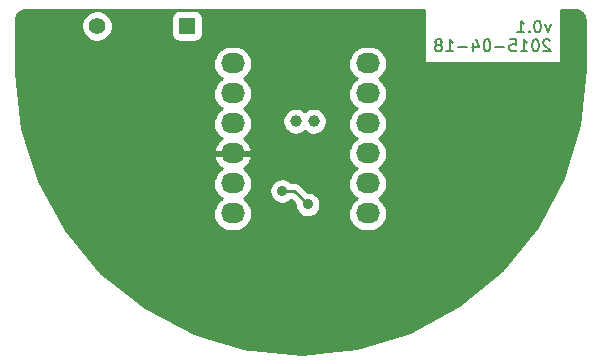
<source format=gbl>
%FSLAX46Y46*%
G04 Gerber Fmt 4.6, Leading zero omitted, Abs format (unit mm)*
G04 Created by KiCad (PCBNEW (2014-10-27 BZR 5228)-product) date 20/04/2015 15:04:09*
%MOMM*%
G01*
G04 APERTURE LIST*
%ADD10C,0.100000*%
%ADD11C,0.200000*%
%ADD12O,2.032000X1.727200*%
%ADD13R,1.397000X1.397000*%
%ADD14C,1.397000*%
%ADD15C,1.000760*%
%ADD16C,0.889000*%
%ADD17C,0.254000*%
G04 APERTURE END LIST*
D10*
D11*
X229473143Y-100331714D02*
X229235048Y-100998381D01*
X228996952Y-100331714D01*
X228425524Y-99998381D02*
X228330285Y-99998381D01*
X228235047Y-100046000D01*
X228187428Y-100093619D01*
X228139809Y-100188857D01*
X228092190Y-100379333D01*
X228092190Y-100617429D01*
X228139809Y-100807905D01*
X228187428Y-100903143D01*
X228235047Y-100950762D01*
X228330285Y-100998381D01*
X228425524Y-100998381D01*
X228520762Y-100950762D01*
X228568381Y-100903143D01*
X228616000Y-100807905D01*
X228663619Y-100617429D01*
X228663619Y-100379333D01*
X228616000Y-100188857D01*
X228568381Y-100093619D01*
X228520762Y-100046000D01*
X228425524Y-99998381D01*
X227663619Y-100903143D02*
X227616000Y-100950762D01*
X227663619Y-100998381D01*
X227711238Y-100950762D01*
X227663619Y-100903143D01*
X227663619Y-100998381D01*
X226663619Y-100998381D02*
X227235048Y-100998381D01*
X226949334Y-100998381D02*
X226949334Y-99998381D01*
X227044572Y-100141238D01*
X227139810Y-100236476D01*
X227235048Y-100284095D01*
X229425524Y-101693619D02*
X229377905Y-101646000D01*
X229282667Y-101598381D01*
X229044571Y-101598381D01*
X228949333Y-101646000D01*
X228901714Y-101693619D01*
X228854095Y-101788857D01*
X228854095Y-101884095D01*
X228901714Y-102026952D01*
X229473143Y-102598381D01*
X228854095Y-102598381D01*
X228235048Y-101598381D02*
X228139809Y-101598381D01*
X228044571Y-101646000D01*
X227996952Y-101693619D01*
X227949333Y-101788857D01*
X227901714Y-101979333D01*
X227901714Y-102217429D01*
X227949333Y-102407905D01*
X227996952Y-102503143D01*
X228044571Y-102550762D01*
X228139809Y-102598381D01*
X228235048Y-102598381D01*
X228330286Y-102550762D01*
X228377905Y-102503143D01*
X228425524Y-102407905D01*
X228473143Y-102217429D01*
X228473143Y-101979333D01*
X228425524Y-101788857D01*
X228377905Y-101693619D01*
X228330286Y-101646000D01*
X228235048Y-101598381D01*
X226949333Y-102598381D02*
X227520762Y-102598381D01*
X227235048Y-102598381D02*
X227235048Y-101598381D01*
X227330286Y-101741238D01*
X227425524Y-101836476D01*
X227520762Y-101884095D01*
X226044571Y-101598381D02*
X226520762Y-101598381D01*
X226568381Y-102074571D01*
X226520762Y-102026952D01*
X226425524Y-101979333D01*
X226187428Y-101979333D01*
X226092190Y-102026952D01*
X226044571Y-102074571D01*
X225996952Y-102169810D01*
X225996952Y-102407905D01*
X226044571Y-102503143D01*
X226092190Y-102550762D01*
X226187428Y-102598381D01*
X226425524Y-102598381D01*
X226520762Y-102550762D01*
X226568381Y-102503143D01*
X225568381Y-102217429D02*
X224806476Y-102217429D01*
X224139810Y-101598381D02*
X224044571Y-101598381D01*
X223949333Y-101646000D01*
X223901714Y-101693619D01*
X223854095Y-101788857D01*
X223806476Y-101979333D01*
X223806476Y-102217429D01*
X223854095Y-102407905D01*
X223901714Y-102503143D01*
X223949333Y-102550762D01*
X224044571Y-102598381D01*
X224139810Y-102598381D01*
X224235048Y-102550762D01*
X224282667Y-102503143D01*
X224330286Y-102407905D01*
X224377905Y-102217429D01*
X224377905Y-101979333D01*
X224330286Y-101788857D01*
X224282667Y-101693619D01*
X224235048Y-101646000D01*
X224139810Y-101598381D01*
X222949333Y-101931714D02*
X222949333Y-102598381D01*
X223187429Y-101550762D02*
X223425524Y-102265048D01*
X222806476Y-102265048D01*
X222425524Y-102217429D02*
X221663619Y-102217429D01*
X220663619Y-102598381D02*
X221235048Y-102598381D01*
X220949334Y-102598381D02*
X220949334Y-101598381D01*
X221044572Y-101741238D01*
X221139810Y-101836476D01*
X221235048Y-101884095D01*
X220092191Y-102026952D02*
X220187429Y-101979333D01*
X220235048Y-101931714D01*
X220282667Y-101836476D01*
X220282667Y-101788857D01*
X220235048Y-101693619D01*
X220187429Y-101646000D01*
X220092191Y-101598381D01*
X219901714Y-101598381D01*
X219806476Y-101646000D01*
X219758857Y-101693619D01*
X219711238Y-101788857D01*
X219711238Y-101836476D01*
X219758857Y-101931714D01*
X219806476Y-101979333D01*
X219901714Y-102026952D01*
X220092191Y-102026952D01*
X220187429Y-102074571D01*
X220235048Y-102122190D01*
X220282667Y-102217429D01*
X220282667Y-102407905D01*
X220235048Y-102503143D01*
X220187429Y-102550762D01*
X220092191Y-102598381D01*
X219901714Y-102598381D01*
X219806476Y-102550762D01*
X219758857Y-102503143D01*
X219711238Y-102407905D01*
X219711238Y-102217429D01*
X219758857Y-102122190D01*
X219806476Y-102074571D01*
X219901714Y-102026952D01*
D12*
X202565000Y-103632000D03*
X202565000Y-106172000D03*
X202565000Y-108712000D03*
X202565000Y-111252000D03*
X202565000Y-113792000D03*
X202565000Y-116332000D03*
X213995000Y-103632000D03*
X213995000Y-106172000D03*
X213995000Y-108712000D03*
X213995000Y-111252000D03*
X213995000Y-113792000D03*
X213995000Y-116332000D03*
D13*
X198691500Y-100457000D03*
D14*
X191071500Y-100457000D03*
D15*
X207911700Y-108521500D03*
X209410300Y-108521500D03*
D16*
X205105000Y-111506000D03*
X216662000Y-119253000D03*
X210312000Y-99568000D03*
X208915000Y-115570000D03*
X206756000Y-114427000D03*
D17*
X208915000Y-115570000D02*
X207772000Y-114427000D01*
X207772000Y-114427000D02*
X206756000Y-114427000D01*
G36*
X232360000Y-104106495D02*
X231898177Y-108816525D01*
X230540031Y-113314924D01*
X228334008Y-117463850D01*
X225364132Y-121105276D01*
X221743527Y-124100501D01*
X217610103Y-126335435D01*
X215653951Y-126940965D01*
X215653951Y-116342462D01*
X215627444Y-116051190D01*
X215544866Y-115770615D01*
X215409363Y-115511422D01*
X215226097Y-115283485D01*
X215002048Y-115095485D01*
X214942413Y-115062700D01*
X214984701Y-115040216D01*
X215211353Y-114855363D01*
X215397784Y-114630006D01*
X215536892Y-114372731D01*
X215623379Y-114093335D01*
X215653951Y-113802462D01*
X215627444Y-113511190D01*
X215544866Y-113230615D01*
X215409363Y-112971422D01*
X215226097Y-112743485D01*
X215002048Y-112555485D01*
X214942413Y-112522700D01*
X214984701Y-112500216D01*
X215211353Y-112315363D01*
X215397784Y-112090006D01*
X215536892Y-111832731D01*
X215623379Y-111553335D01*
X215653951Y-111262462D01*
X215627444Y-110971190D01*
X215544866Y-110690615D01*
X215409363Y-110431422D01*
X215226097Y-110203485D01*
X215002048Y-110015485D01*
X214942413Y-109982700D01*
X214984701Y-109960216D01*
X215211353Y-109775363D01*
X215397784Y-109550006D01*
X215536892Y-109292731D01*
X215623379Y-109013335D01*
X215653951Y-108722462D01*
X215627444Y-108431190D01*
X215544866Y-108150615D01*
X215409363Y-107891422D01*
X215226097Y-107663485D01*
X215002048Y-107475485D01*
X214942413Y-107442700D01*
X214984701Y-107420216D01*
X215211353Y-107235363D01*
X215397784Y-107010006D01*
X215536892Y-106752731D01*
X215623379Y-106473335D01*
X215653951Y-106182462D01*
X215627444Y-105891190D01*
X215544866Y-105610615D01*
X215409363Y-105351422D01*
X215226097Y-105123485D01*
X215002048Y-104935485D01*
X214942413Y-104902700D01*
X214984701Y-104880216D01*
X215211353Y-104695363D01*
X215397784Y-104470006D01*
X215536892Y-104212731D01*
X215623379Y-103933335D01*
X215653951Y-103642462D01*
X215627444Y-103351190D01*
X215544866Y-103070615D01*
X215409363Y-102811422D01*
X215226097Y-102583485D01*
X215002048Y-102395485D01*
X214745749Y-102254584D01*
X214466964Y-102166148D01*
X214176312Y-102133546D01*
X214155388Y-102133400D01*
X213834612Y-102133400D01*
X213543532Y-102161941D01*
X213263540Y-102246475D01*
X213005299Y-102383784D01*
X212778647Y-102568637D01*
X212592216Y-102793994D01*
X212453108Y-103051269D01*
X212366621Y-103330665D01*
X212336049Y-103621538D01*
X212362556Y-103912810D01*
X212445134Y-104193385D01*
X212580637Y-104452578D01*
X212763903Y-104680515D01*
X212987952Y-104868515D01*
X213047586Y-104901299D01*
X213005299Y-104923784D01*
X212778647Y-105108637D01*
X212592216Y-105333994D01*
X212453108Y-105591269D01*
X212366621Y-105870665D01*
X212336049Y-106161538D01*
X212362556Y-106452810D01*
X212445134Y-106733385D01*
X212580637Y-106992578D01*
X212763903Y-107220515D01*
X212987952Y-107408515D01*
X213047586Y-107441299D01*
X213005299Y-107463784D01*
X212778647Y-107648637D01*
X212592216Y-107873994D01*
X212453108Y-108131269D01*
X212366621Y-108410665D01*
X212336049Y-108701538D01*
X212362556Y-108992810D01*
X212445134Y-109273385D01*
X212580637Y-109532578D01*
X212763903Y-109760515D01*
X212987952Y-109948515D01*
X213047586Y-109981299D01*
X213005299Y-110003784D01*
X212778647Y-110188637D01*
X212592216Y-110413994D01*
X212453108Y-110671269D01*
X212366621Y-110950665D01*
X212336049Y-111241538D01*
X212362556Y-111532810D01*
X212445134Y-111813385D01*
X212580637Y-112072578D01*
X212763903Y-112300515D01*
X212987952Y-112488515D01*
X213047586Y-112521299D01*
X213005299Y-112543784D01*
X212778647Y-112728637D01*
X212592216Y-112953994D01*
X212453108Y-113211269D01*
X212366621Y-113490665D01*
X212336049Y-113781538D01*
X212362556Y-114072810D01*
X212445134Y-114353385D01*
X212580637Y-114612578D01*
X212763903Y-114840515D01*
X212987952Y-115028515D01*
X213047586Y-115061299D01*
X213005299Y-115083784D01*
X212778647Y-115268637D01*
X212592216Y-115493994D01*
X212453108Y-115751269D01*
X212366621Y-116030665D01*
X212336049Y-116321538D01*
X212362556Y-116612810D01*
X212445134Y-116893385D01*
X212580637Y-117152578D01*
X212763903Y-117380515D01*
X212987952Y-117568515D01*
X213244251Y-117709416D01*
X213523036Y-117797852D01*
X213813688Y-117830454D01*
X213834612Y-117830600D01*
X214155388Y-117830600D01*
X214446468Y-117802059D01*
X214726460Y-117717525D01*
X214984701Y-117580216D01*
X215211353Y-117395363D01*
X215397784Y-117170006D01*
X215536892Y-116912731D01*
X215623379Y-116633335D01*
X215653951Y-116342462D01*
X215653951Y-126940965D01*
X213121292Y-127724955D01*
X210545729Y-127995656D01*
X210545729Y-108410170D01*
X210502481Y-108191751D01*
X210417632Y-107985892D01*
X210294414Y-107800434D01*
X210137520Y-107642441D01*
X209952927Y-107517932D01*
X209747666Y-107431648D01*
X209529554Y-107386876D01*
X209306900Y-107385321D01*
X209088184Y-107427044D01*
X208881738Y-107510453D01*
X208695424Y-107632374D01*
X208661709Y-107665389D01*
X208638920Y-107642441D01*
X208454327Y-107517932D01*
X208249066Y-107431648D01*
X208030954Y-107386876D01*
X207808300Y-107385321D01*
X207589584Y-107427044D01*
X207383138Y-107510453D01*
X207196824Y-107632374D01*
X207037740Y-107788160D01*
X206911944Y-107971880D01*
X206824230Y-108176534D01*
X206777936Y-108394328D01*
X206774827Y-108616966D01*
X206815022Y-108835967D01*
X206896988Y-109042991D01*
X207017605Y-109230151D01*
X207172277Y-109390319D01*
X207355114Y-109517394D01*
X207559151Y-109606536D01*
X207776616Y-109654349D01*
X207999227Y-109659012D01*
X208218504Y-109620347D01*
X208426094Y-109539828D01*
X208614092Y-109420521D01*
X208658867Y-109377882D01*
X208670877Y-109390319D01*
X208853714Y-109517394D01*
X209057751Y-109606536D01*
X209275216Y-109654349D01*
X209497827Y-109659012D01*
X209717104Y-109620347D01*
X209924694Y-109539828D01*
X210112692Y-109420521D01*
X210273936Y-109266971D01*
X210402284Y-109085025D01*
X210492848Y-108881616D01*
X210542178Y-108664489D01*
X210545729Y-108410170D01*
X210545729Y-127995656D01*
X209994546Y-128053587D01*
X209994546Y-115464150D01*
X209953426Y-115256481D01*
X209872754Y-115060753D01*
X209755600Y-114884423D01*
X209606428Y-114734207D01*
X209430921Y-114615825D01*
X209235761Y-114533788D01*
X209028384Y-114491219D01*
X208913043Y-114490413D01*
X208310815Y-113888185D01*
X208256400Y-113843487D01*
X208202505Y-113798264D01*
X208198997Y-113796335D01*
X208195897Y-113793789D01*
X208133831Y-113760510D01*
X208072184Y-113726619D01*
X208068363Y-113725407D01*
X208064833Y-113723514D01*
X207997535Y-113702939D01*
X207930429Y-113681652D01*
X207926445Y-113681205D01*
X207922615Y-113680034D01*
X207852627Y-113672924D01*
X207782639Y-113665074D01*
X207774802Y-113665019D01*
X207774660Y-113665005D01*
X207774526Y-113665017D01*
X207772000Y-113665000D01*
X207520708Y-113665000D01*
X207447428Y-113591207D01*
X207271921Y-113472825D01*
X207076761Y-113390788D01*
X206869384Y-113348219D01*
X206657689Y-113346741D01*
X206449738Y-113386410D01*
X206253452Y-113465715D01*
X206076308Y-113581634D01*
X205925054Y-113729753D01*
X205805450Y-113904431D01*
X205722052Y-114099012D01*
X205678037Y-114306087D01*
X205675081Y-114517767D01*
X205713297Y-114725990D01*
X205791230Y-114922825D01*
X205905910Y-115100773D01*
X206052969Y-115253058D01*
X206226807Y-115373879D01*
X206420802Y-115458633D01*
X206627564Y-115504093D01*
X206839219Y-115508526D01*
X207047704Y-115471765D01*
X207245077Y-115395208D01*
X207423822Y-115281773D01*
X207488013Y-115220643D01*
X207835376Y-115568006D01*
X207834081Y-115660767D01*
X207872297Y-115868990D01*
X207950230Y-116065825D01*
X208064910Y-116243773D01*
X208211969Y-116396058D01*
X208385807Y-116516879D01*
X208579802Y-116601633D01*
X208786564Y-116647093D01*
X208998219Y-116651526D01*
X209206704Y-116614765D01*
X209404077Y-116538208D01*
X209582822Y-116424773D01*
X209736130Y-116278780D01*
X209858161Y-116105790D01*
X209944268Y-115912392D01*
X209991170Y-115705952D01*
X209994546Y-115464150D01*
X209994546Y-128053587D01*
X208448084Y-128216127D01*
X204223951Y-127831701D01*
X204223951Y-116342462D01*
X204197444Y-116051190D01*
X204114866Y-115770615D01*
X203979363Y-115511422D01*
X203796097Y-115283485D01*
X203572048Y-115095485D01*
X203512413Y-115062700D01*
X203554701Y-115040216D01*
X203781353Y-114855363D01*
X203967784Y-114630006D01*
X204106892Y-114372731D01*
X204193379Y-114093335D01*
X204223951Y-113802462D01*
X204223951Y-108722462D01*
X204197444Y-108431190D01*
X204114866Y-108150615D01*
X203979363Y-107891422D01*
X203796097Y-107663485D01*
X203572048Y-107475485D01*
X203512413Y-107442700D01*
X203554701Y-107420216D01*
X203781353Y-107235363D01*
X203967784Y-107010006D01*
X204106892Y-106752731D01*
X204193379Y-106473335D01*
X204223951Y-106182462D01*
X204197444Y-105891190D01*
X204114866Y-105610615D01*
X203979363Y-105351422D01*
X203796097Y-105123485D01*
X203572048Y-104935485D01*
X203512413Y-104902700D01*
X203554701Y-104880216D01*
X203781353Y-104695363D01*
X203967784Y-104470006D01*
X204106892Y-104212731D01*
X204193379Y-103933335D01*
X204223951Y-103642462D01*
X204197444Y-103351190D01*
X204114866Y-103070615D01*
X203979363Y-102811422D01*
X203796097Y-102583485D01*
X203572048Y-102395485D01*
X203315749Y-102254584D01*
X203036964Y-102166148D01*
X202746312Y-102133546D01*
X202725388Y-102133400D01*
X202404612Y-102133400D01*
X202113532Y-102161941D01*
X201833540Y-102246475D01*
X201575299Y-102383784D01*
X201348647Y-102568637D01*
X201162216Y-102793994D01*
X201023108Y-103051269D01*
X200936621Y-103330665D01*
X200906049Y-103621538D01*
X200932556Y-103912810D01*
X201015134Y-104193385D01*
X201150637Y-104452578D01*
X201333903Y-104680515D01*
X201557952Y-104868515D01*
X201617586Y-104901299D01*
X201575299Y-104923784D01*
X201348647Y-105108637D01*
X201162216Y-105333994D01*
X201023108Y-105591269D01*
X200936621Y-105870665D01*
X200906049Y-106161538D01*
X200932556Y-106452810D01*
X201015134Y-106733385D01*
X201150637Y-106992578D01*
X201333903Y-107220515D01*
X201557952Y-107408515D01*
X201617586Y-107441299D01*
X201575299Y-107463784D01*
X201348647Y-107648637D01*
X201162216Y-107873994D01*
X201023108Y-108131269D01*
X200936621Y-108410665D01*
X200906049Y-108701538D01*
X200932556Y-108992810D01*
X201015134Y-109273385D01*
X201150637Y-109532578D01*
X201333903Y-109760515D01*
X201557952Y-109948515D01*
X201619872Y-109982555D01*
X201413271Y-110133514D01*
X201214267Y-110349965D01*
X201061314Y-110601081D01*
X200960291Y-110877211D01*
X200957642Y-110892974D01*
X201078783Y-111125000D01*
X202438000Y-111125000D01*
X202438000Y-111105000D01*
X202692000Y-111105000D01*
X202692000Y-111125000D01*
X204051217Y-111125000D01*
X204172358Y-110892974D01*
X204169709Y-110877211D01*
X204068686Y-110601081D01*
X203915733Y-110349965D01*
X203716729Y-110133514D01*
X203511205Y-109983343D01*
X203554701Y-109960216D01*
X203781353Y-109775363D01*
X203967784Y-109550006D01*
X204106892Y-109292731D01*
X204193379Y-109013335D01*
X204223951Y-108722462D01*
X204223951Y-113802462D01*
X204197444Y-113511190D01*
X204114866Y-113230615D01*
X203979363Y-112971422D01*
X203796097Y-112743485D01*
X203572048Y-112555485D01*
X203510127Y-112521444D01*
X203716729Y-112370486D01*
X203915733Y-112154035D01*
X204068686Y-111902919D01*
X204169709Y-111626789D01*
X204172358Y-111611026D01*
X204051217Y-111379000D01*
X202692000Y-111379000D01*
X202692000Y-111399000D01*
X202438000Y-111399000D01*
X202438000Y-111379000D01*
X201078783Y-111379000D01*
X200957642Y-111611026D01*
X200960291Y-111626789D01*
X201061314Y-111902919D01*
X201214267Y-112154035D01*
X201413271Y-112370486D01*
X201618794Y-112520656D01*
X201575299Y-112543784D01*
X201348647Y-112728637D01*
X201162216Y-112953994D01*
X201023108Y-113211269D01*
X200936621Y-113490665D01*
X200906049Y-113781538D01*
X200932556Y-114072810D01*
X201015134Y-114353385D01*
X201150637Y-114612578D01*
X201333903Y-114840515D01*
X201557952Y-115028515D01*
X201617586Y-115061299D01*
X201575299Y-115083784D01*
X201348647Y-115268637D01*
X201162216Y-115493994D01*
X201023108Y-115751269D01*
X200936621Y-116030665D01*
X200906049Y-116321538D01*
X200932556Y-116612810D01*
X201015134Y-116893385D01*
X201150637Y-117152578D01*
X201333903Y-117380515D01*
X201557952Y-117568515D01*
X201814251Y-117709416D01*
X202093036Y-117797852D01*
X202383688Y-117830454D01*
X202404612Y-117830600D01*
X202725388Y-117830600D01*
X203016468Y-117802059D01*
X203296460Y-117717525D01*
X203554701Y-117580216D01*
X203781353Y-117395363D01*
X203967784Y-117170006D01*
X204106892Y-116912731D01*
X204193379Y-116633335D01*
X204223951Y-116342462D01*
X204223951Y-127831701D01*
X203768472Y-127790250D01*
X200025000Y-126688486D01*
X200025000Y-101218042D01*
X200025000Y-101092958D01*
X200025000Y-99695958D01*
X200000597Y-99573277D01*
X199952730Y-99457715D01*
X199883237Y-99353711D01*
X199794789Y-99265263D01*
X199690785Y-99195770D01*
X199575223Y-99147903D01*
X199452542Y-99123500D01*
X199327458Y-99123500D01*
X197930458Y-99123500D01*
X197807777Y-99147903D01*
X197692215Y-99195770D01*
X197588211Y-99265263D01*
X197499763Y-99353711D01*
X197430270Y-99457715D01*
X197382403Y-99573277D01*
X197358000Y-99695958D01*
X197358000Y-99821042D01*
X197358000Y-101218042D01*
X197382403Y-101340723D01*
X197430270Y-101456285D01*
X197499763Y-101560289D01*
X197588211Y-101648737D01*
X197692215Y-101718230D01*
X197807777Y-101766097D01*
X197930458Y-101790500D01*
X198055542Y-101790500D01*
X199452542Y-101790500D01*
X199575223Y-101766097D01*
X199690785Y-101718230D01*
X199794789Y-101648737D01*
X199883237Y-101560289D01*
X199952730Y-101456285D01*
X200000597Y-101340723D01*
X200025000Y-101218042D01*
X200025000Y-126688486D01*
X199260702Y-126463541D01*
X195096477Y-124286536D01*
X192405057Y-122122578D01*
X192405057Y-100326244D01*
X192354262Y-100069711D01*
X192254607Y-99827931D01*
X192109888Y-99610111D01*
X191925618Y-99424549D01*
X191708814Y-99278313D01*
X191467735Y-99176973D01*
X191211563Y-99124388D01*
X190950057Y-99122563D01*
X190693176Y-99171565D01*
X190450706Y-99269530D01*
X190231881Y-99412725D01*
X190045037Y-99595695D01*
X189897291Y-99811473D01*
X189794270Y-100051839D01*
X189739899Y-100307637D01*
X189736247Y-100569124D01*
X189783455Y-100826341D01*
X189879725Y-101069489D01*
X190021388Y-101289308D01*
X190203050Y-101477425D01*
X190417791Y-101626674D01*
X190657432Y-101731370D01*
X190912844Y-101787526D01*
X191174300Y-101793003D01*
X191431840Y-101747592D01*
X191675654Y-101653022D01*
X191896457Y-101512897D01*
X192085837Y-101332552D01*
X192236581Y-101118858D01*
X192342948Y-100879955D01*
X192400886Y-100624941D01*
X192405057Y-100326244D01*
X192405057Y-122122578D01*
X191434403Y-121342153D01*
X188413976Y-117742549D01*
X186150239Y-113624826D01*
X184729419Y-109145829D01*
X184202146Y-104445089D01*
X184200000Y-104137653D01*
X184200000Y-99958503D01*
X184218743Y-99767336D01*
X184264532Y-99615678D01*
X184338904Y-99475804D01*
X184439030Y-99353038D01*
X184561093Y-99252059D01*
X184700449Y-99176709D01*
X184851780Y-99129864D01*
X185040782Y-99110000D01*
X218785762Y-99110000D01*
X218785762Y-103581000D01*
X230351000Y-103581000D01*
X230351000Y-99110000D01*
X231511496Y-99110000D01*
X231702663Y-99128743D01*
X231854321Y-99174532D01*
X231994195Y-99248904D01*
X232116961Y-99349030D01*
X232217940Y-99471093D01*
X232293290Y-99610449D01*
X232340135Y-99761780D01*
X232360000Y-99950782D01*
X232360000Y-104106495D01*
X232360000Y-104106495D01*
G37*
X232360000Y-104106495D02*
X231898177Y-108816525D01*
X230540031Y-113314924D01*
X228334008Y-117463850D01*
X225364132Y-121105276D01*
X221743527Y-124100501D01*
X217610103Y-126335435D01*
X215653951Y-126940965D01*
X215653951Y-116342462D01*
X215627444Y-116051190D01*
X215544866Y-115770615D01*
X215409363Y-115511422D01*
X215226097Y-115283485D01*
X215002048Y-115095485D01*
X214942413Y-115062700D01*
X214984701Y-115040216D01*
X215211353Y-114855363D01*
X215397784Y-114630006D01*
X215536892Y-114372731D01*
X215623379Y-114093335D01*
X215653951Y-113802462D01*
X215627444Y-113511190D01*
X215544866Y-113230615D01*
X215409363Y-112971422D01*
X215226097Y-112743485D01*
X215002048Y-112555485D01*
X214942413Y-112522700D01*
X214984701Y-112500216D01*
X215211353Y-112315363D01*
X215397784Y-112090006D01*
X215536892Y-111832731D01*
X215623379Y-111553335D01*
X215653951Y-111262462D01*
X215627444Y-110971190D01*
X215544866Y-110690615D01*
X215409363Y-110431422D01*
X215226097Y-110203485D01*
X215002048Y-110015485D01*
X214942413Y-109982700D01*
X214984701Y-109960216D01*
X215211353Y-109775363D01*
X215397784Y-109550006D01*
X215536892Y-109292731D01*
X215623379Y-109013335D01*
X215653951Y-108722462D01*
X215627444Y-108431190D01*
X215544866Y-108150615D01*
X215409363Y-107891422D01*
X215226097Y-107663485D01*
X215002048Y-107475485D01*
X214942413Y-107442700D01*
X214984701Y-107420216D01*
X215211353Y-107235363D01*
X215397784Y-107010006D01*
X215536892Y-106752731D01*
X215623379Y-106473335D01*
X215653951Y-106182462D01*
X215627444Y-105891190D01*
X215544866Y-105610615D01*
X215409363Y-105351422D01*
X215226097Y-105123485D01*
X215002048Y-104935485D01*
X214942413Y-104902700D01*
X214984701Y-104880216D01*
X215211353Y-104695363D01*
X215397784Y-104470006D01*
X215536892Y-104212731D01*
X215623379Y-103933335D01*
X215653951Y-103642462D01*
X215627444Y-103351190D01*
X215544866Y-103070615D01*
X215409363Y-102811422D01*
X215226097Y-102583485D01*
X215002048Y-102395485D01*
X214745749Y-102254584D01*
X214466964Y-102166148D01*
X214176312Y-102133546D01*
X214155388Y-102133400D01*
X213834612Y-102133400D01*
X213543532Y-102161941D01*
X213263540Y-102246475D01*
X213005299Y-102383784D01*
X212778647Y-102568637D01*
X212592216Y-102793994D01*
X212453108Y-103051269D01*
X212366621Y-103330665D01*
X212336049Y-103621538D01*
X212362556Y-103912810D01*
X212445134Y-104193385D01*
X212580637Y-104452578D01*
X212763903Y-104680515D01*
X212987952Y-104868515D01*
X213047586Y-104901299D01*
X213005299Y-104923784D01*
X212778647Y-105108637D01*
X212592216Y-105333994D01*
X212453108Y-105591269D01*
X212366621Y-105870665D01*
X212336049Y-106161538D01*
X212362556Y-106452810D01*
X212445134Y-106733385D01*
X212580637Y-106992578D01*
X212763903Y-107220515D01*
X212987952Y-107408515D01*
X213047586Y-107441299D01*
X213005299Y-107463784D01*
X212778647Y-107648637D01*
X212592216Y-107873994D01*
X212453108Y-108131269D01*
X212366621Y-108410665D01*
X212336049Y-108701538D01*
X212362556Y-108992810D01*
X212445134Y-109273385D01*
X212580637Y-109532578D01*
X212763903Y-109760515D01*
X212987952Y-109948515D01*
X213047586Y-109981299D01*
X213005299Y-110003784D01*
X212778647Y-110188637D01*
X212592216Y-110413994D01*
X212453108Y-110671269D01*
X212366621Y-110950665D01*
X212336049Y-111241538D01*
X212362556Y-111532810D01*
X212445134Y-111813385D01*
X212580637Y-112072578D01*
X212763903Y-112300515D01*
X212987952Y-112488515D01*
X213047586Y-112521299D01*
X213005299Y-112543784D01*
X212778647Y-112728637D01*
X212592216Y-112953994D01*
X212453108Y-113211269D01*
X212366621Y-113490665D01*
X212336049Y-113781538D01*
X212362556Y-114072810D01*
X212445134Y-114353385D01*
X212580637Y-114612578D01*
X212763903Y-114840515D01*
X212987952Y-115028515D01*
X213047586Y-115061299D01*
X213005299Y-115083784D01*
X212778647Y-115268637D01*
X212592216Y-115493994D01*
X212453108Y-115751269D01*
X212366621Y-116030665D01*
X212336049Y-116321538D01*
X212362556Y-116612810D01*
X212445134Y-116893385D01*
X212580637Y-117152578D01*
X212763903Y-117380515D01*
X212987952Y-117568515D01*
X213244251Y-117709416D01*
X213523036Y-117797852D01*
X213813688Y-117830454D01*
X213834612Y-117830600D01*
X214155388Y-117830600D01*
X214446468Y-117802059D01*
X214726460Y-117717525D01*
X214984701Y-117580216D01*
X215211353Y-117395363D01*
X215397784Y-117170006D01*
X215536892Y-116912731D01*
X215623379Y-116633335D01*
X215653951Y-116342462D01*
X215653951Y-126940965D01*
X213121292Y-127724955D01*
X210545729Y-127995656D01*
X210545729Y-108410170D01*
X210502481Y-108191751D01*
X210417632Y-107985892D01*
X210294414Y-107800434D01*
X210137520Y-107642441D01*
X209952927Y-107517932D01*
X209747666Y-107431648D01*
X209529554Y-107386876D01*
X209306900Y-107385321D01*
X209088184Y-107427044D01*
X208881738Y-107510453D01*
X208695424Y-107632374D01*
X208661709Y-107665389D01*
X208638920Y-107642441D01*
X208454327Y-107517932D01*
X208249066Y-107431648D01*
X208030954Y-107386876D01*
X207808300Y-107385321D01*
X207589584Y-107427044D01*
X207383138Y-107510453D01*
X207196824Y-107632374D01*
X207037740Y-107788160D01*
X206911944Y-107971880D01*
X206824230Y-108176534D01*
X206777936Y-108394328D01*
X206774827Y-108616966D01*
X206815022Y-108835967D01*
X206896988Y-109042991D01*
X207017605Y-109230151D01*
X207172277Y-109390319D01*
X207355114Y-109517394D01*
X207559151Y-109606536D01*
X207776616Y-109654349D01*
X207999227Y-109659012D01*
X208218504Y-109620347D01*
X208426094Y-109539828D01*
X208614092Y-109420521D01*
X208658867Y-109377882D01*
X208670877Y-109390319D01*
X208853714Y-109517394D01*
X209057751Y-109606536D01*
X209275216Y-109654349D01*
X209497827Y-109659012D01*
X209717104Y-109620347D01*
X209924694Y-109539828D01*
X210112692Y-109420521D01*
X210273936Y-109266971D01*
X210402284Y-109085025D01*
X210492848Y-108881616D01*
X210542178Y-108664489D01*
X210545729Y-108410170D01*
X210545729Y-127995656D01*
X209994546Y-128053587D01*
X209994546Y-115464150D01*
X209953426Y-115256481D01*
X209872754Y-115060753D01*
X209755600Y-114884423D01*
X209606428Y-114734207D01*
X209430921Y-114615825D01*
X209235761Y-114533788D01*
X209028384Y-114491219D01*
X208913043Y-114490413D01*
X208310815Y-113888185D01*
X208256400Y-113843487D01*
X208202505Y-113798264D01*
X208198997Y-113796335D01*
X208195897Y-113793789D01*
X208133831Y-113760510D01*
X208072184Y-113726619D01*
X208068363Y-113725407D01*
X208064833Y-113723514D01*
X207997535Y-113702939D01*
X207930429Y-113681652D01*
X207926445Y-113681205D01*
X207922615Y-113680034D01*
X207852627Y-113672924D01*
X207782639Y-113665074D01*
X207774802Y-113665019D01*
X207774660Y-113665005D01*
X207774526Y-113665017D01*
X207772000Y-113665000D01*
X207520708Y-113665000D01*
X207447428Y-113591207D01*
X207271921Y-113472825D01*
X207076761Y-113390788D01*
X206869384Y-113348219D01*
X206657689Y-113346741D01*
X206449738Y-113386410D01*
X206253452Y-113465715D01*
X206076308Y-113581634D01*
X205925054Y-113729753D01*
X205805450Y-113904431D01*
X205722052Y-114099012D01*
X205678037Y-114306087D01*
X205675081Y-114517767D01*
X205713297Y-114725990D01*
X205791230Y-114922825D01*
X205905910Y-115100773D01*
X206052969Y-115253058D01*
X206226807Y-115373879D01*
X206420802Y-115458633D01*
X206627564Y-115504093D01*
X206839219Y-115508526D01*
X207047704Y-115471765D01*
X207245077Y-115395208D01*
X207423822Y-115281773D01*
X207488013Y-115220643D01*
X207835376Y-115568006D01*
X207834081Y-115660767D01*
X207872297Y-115868990D01*
X207950230Y-116065825D01*
X208064910Y-116243773D01*
X208211969Y-116396058D01*
X208385807Y-116516879D01*
X208579802Y-116601633D01*
X208786564Y-116647093D01*
X208998219Y-116651526D01*
X209206704Y-116614765D01*
X209404077Y-116538208D01*
X209582822Y-116424773D01*
X209736130Y-116278780D01*
X209858161Y-116105790D01*
X209944268Y-115912392D01*
X209991170Y-115705952D01*
X209994546Y-115464150D01*
X209994546Y-128053587D01*
X208448084Y-128216127D01*
X204223951Y-127831701D01*
X204223951Y-116342462D01*
X204197444Y-116051190D01*
X204114866Y-115770615D01*
X203979363Y-115511422D01*
X203796097Y-115283485D01*
X203572048Y-115095485D01*
X203512413Y-115062700D01*
X203554701Y-115040216D01*
X203781353Y-114855363D01*
X203967784Y-114630006D01*
X204106892Y-114372731D01*
X204193379Y-114093335D01*
X204223951Y-113802462D01*
X204223951Y-108722462D01*
X204197444Y-108431190D01*
X204114866Y-108150615D01*
X203979363Y-107891422D01*
X203796097Y-107663485D01*
X203572048Y-107475485D01*
X203512413Y-107442700D01*
X203554701Y-107420216D01*
X203781353Y-107235363D01*
X203967784Y-107010006D01*
X204106892Y-106752731D01*
X204193379Y-106473335D01*
X204223951Y-106182462D01*
X204197444Y-105891190D01*
X204114866Y-105610615D01*
X203979363Y-105351422D01*
X203796097Y-105123485D01*
X203572048Y-104935485D01*
X203512413Y-104902700D01*
X203554701Y-104880216D01*
X203781353Y-104695363D01*
X203967784Y-104470006D01*
X204106892Y-104212731D01*
X204193379Y-103933335D01*
X204223951Y-103642462D01*
X204197444Y-103351190D01*
X204114866Y-103070615D01*
X203979363Y-102811422D01*
X203796097Y-102583485D01*
X203572048Y-102395485D01*
X203315749Y-102254584D01*
X203036964Y-102166148D01*
X202746312Y-102133546D01*
X202725388Y-102133400D01*
X202404612Y-102133400D01*
X202113532Y-102161941D01*
X201833540Y-102246475D01*
X201575299Y-102383784D01*
X201348647Y-102568637D01*
X201162216Y-102793994D01*
X201023108Y-103051269D01*
X200936621Y-103330665D01*
X200906049Y-103621538D01*
X200932556Y-103912810D01*
X201015134Y-104193385D01*
X201150637Y-104452578D01*
X201333903Y-104680515D01*
X201557952Y-104868515D01*
X201617586Y-104901299D01*
X201575299Y-104923784D01*
X201348647Y-105108637D01*
X201162216Y-105333994D01*
X201023108Y-105591269D01*
X200936621Y-105870665D01*
X200906049Y-106161538D01*
X200932556Y-106452810D01*
X201015134Y-106733385D01*
X201150637Y-106992578D01*
X201333903Y-107220515D01*
X201557952Y-107408515D01*
X201617586Y-107441299D01*
X201575299Y-107463784D01*
X201348647Y-107648637D01*
X201162216Y-107873994D01*
X201023108Y-108131269D01*
X200936621Y-108410665D01*
X200906049Y-108701538D01*
X200932556Y-108992810D01*
X201015134Y-109273385D01*
X201150637Y-109532578D01*
X201333903Y-109760515D01*
X201557952Y-109948515D01*
X201619872Y-109982555D01*
X201413271Y-110133514D01*
X201214267Y-110349965D01*
X201061314Y-110601081D01*
X200960291Y-110877211D01*
X200957642Y-110892974D01*
X201078783Y-111125000D01*
X202438000Y-111125000D01*
X202438000Y-111105000D01*
X202692000Y-111105000D01*
X202692000Y-111125000D01*
X204051217Y-111125000D01*
X204172358Y-110892974D01*
X204169709Y-110877211D01*
X204068686Y-110601081D01*
X203915733Y-110349965D01*
X203716729Y-110133514D01*
X203511205Y-109983343D01*
X203554701Y-109960216D01*
X203781353Y-109775363D01*
X203967784Y-109550006D01*
X204106892Y-109292731D01*
X204193379Y-109013335D01*
X204223951Y-108722462D01*
X204223951Y-113802462D01*
X204197444Y-113511190D01*
X204114866Y-113230615D01*
X203979363Y-112971422D01*
X203796097Y-112743485D01*
X203572048Y-112555485D01*
X203510127Y-112521444D01*
X203716729Y-112370486D01*
X203915733Y-112154035D01*
X204068686Y-111902919D01*
X204169709Y-111626789D01*
X204172358Y-111611026D01*
X204051217Y-111379000D01*
X202692000Y-111379000D01*
X202692000Y-111399000D01*
X202438000Y-111399000D01*
X202438000Y-111379000D01*
X201078783Y-111379000D01*
X200957642Y-111611026D01*
X200960291Y-111626789D01*
X201061314Y-111902919D01*
X201214267Y-112154035D01*
X201413271Y-112370486D01*
X201618794Y-112520656D01*
X201575299Y-112543784D01*
X201348647Y-112728637D01*
X201162216Y-112953994D01*
X201023108Y-113211269D01*
X200936621Y-113490665D01*
X200906049Y-113781538D01*
X200932556Y-114072810D01*
X201015134Y-114353385D01*
X201150637Y-114612578D01*
X201333903Y-114840515D01*
X201557952Y-115028515D01*
X201617586Y-115061299D01*
X201575299Y-115083784D01*
X201348647Y-115268637D01*
X201162216Y-115493994D01*
X201023108Y-115751269D01*
X200936621Y-116030665D01*
X200906049Y-116321538D01*
X200932556Y-116612810D01*
X201015134Y-116893385D01*
X201150637Y-117152578D01*
X201333903Y-117380515D01*
X201557952Y-117568515D01*
X201814251Y-117709416D01*
X202093036Y-117797852D01*
X202383688Y-117830454D01*
X202404612Y-117830600D01*
X202725388Y-117830600D01*
X203016468Y-117802059D01*
X203296460Y-117717525D01*
X203554701Y-117580216D01*
X203781353Y-117395363D01*
X203967784Y-117170006D01*
X204106892Y-116912731D01*
X204193379Y-116633335D01*
X204223951Y-116342462D01*
X204223951Y-127831701D01*
X203768472Y-127790250D01*
X200025000Y-126688486D01*
X200025000Y-101218042D01*
X200025000Y-101092958D01*
X200025000Y-99695958D01*
X200000597Y-99573277D01*
X199952730Y-99457715D01*
X199883237Y-99353711D01*
X199794789Y-99265263D01*
X199690785Y-99195770D01*
X199575223Y-99147903D01*
X199452542Y-99123500D01*
X199327458Y-99123500D01*
X197930458Y-99123500D01*
X197807777Y-99147903D01*
X197692215Y-99195770D01*
X197588211Y-99265263D01*
X197499763Y-99353711D01*
X197430270Y-99457715D01*
X197382403Y-99573277D01*
X197358000Y-99695958D01*
X197358000Y-99821042D01*
X197358000Y-101218042D01*
X197382403Y-101340723D01*
X197430270Y-101456285D01*
X197499763Y-101560289D01*
X197588211Y-101648737D01*
X197692215Y-101718230D01*
X197807777Y-101766097D01*
X197930458Y-101790500D01*
X198055542Y-101790500D01*
X199452542Y-101790500D01*
X199575223Y-101766097D01*
X199690785Y-101718230D01*
X199794789Y-101648737D01*
X199883237Y-101560289D01*
X199952730Y-101456285D01*
X200000597Y-101340723D01*
X200025000Y-101218042D01*
X200025000Y-126688486D01*
X199260702Y-126463541D01*
X195096477Y-124286536D01*
X192405057Y-122122578D01*
X192405057Y-100326244D01*
X192354262Y-100069711D01*
X192254607Y-99827931D01*
X192109888Y-99610111D01*
X191925618Y-99424549D01*
X191708814Y-99278313D01*
X191467735Y-99176973D01*
X191211563Y-99124388D01*
X190950057Y-99122563D01*
X190693176Y-99171565D01*
X190450706Y-99269530D01*
X190231881Y-99412725D01*
X190045037Y-99595695D01*
X189897291Y-99811473D01*
X189794270Y-100051839D01*
X189739899Y-100307637D01*
X189736247Y-100569124D01*
X189783455Y-100826341D01*
X189879725Y-101069489D01*
X190021388Y-101289308D01*
X190203050Y-101477425D01*
X190417791Y-101626674D01*
X190657432Y-101731370D01*
X190912844Y-101787526D01*
X191174300Y-101793003D01*
X191431840Y-101747592D01*
X191675654Y-101653022D01*
X191896457Y-101512897D01*
X192085837Y-101332552D01*
X192236581Y-101118858D01*
X192342948Y-100879955D01*
X192400886Y-100624941D01*
X192405057Y-100326244D01*
X192405057Y-122122578D01*
X191434403Y-121342153D01*
X188413976Y-117742549D01*
X186150239Y-113624826D01*
X184729419Y-109145829D01*
X184202146Y-104445089D01*
X184200000Y-104137653D01*
X184200000Y-99958503D01*
X184218743Y-99767336D01*
X184264532Y-99615678D01*
X184338904Y-99475804D01*
X184439030Y-99353038D01*
X184561093Y-99252059D01*
X184700449Y-99176709D01*
X184851780Y-99129864D01*
X185040782Y-99110000D01*
X218785762Y-99110000D01*
X218785762Y-103581000D01*
X230351000Y-103581000D01*
X230351000Y-99110000D01*
X231511496Y-99110000D01*
X231702663Y-99128743D01*
X231854321Y-99174532D01*
X231994195Y-99248904D01*
X232116961Y-99349030D01*
X232217940Y-99471093D01*
X232293290Y-99610449D01*
X232340135Y-99761780D01*
X232360000Y-99950782D01*
X232360000Y-104106495D01*
M02*

</source>
